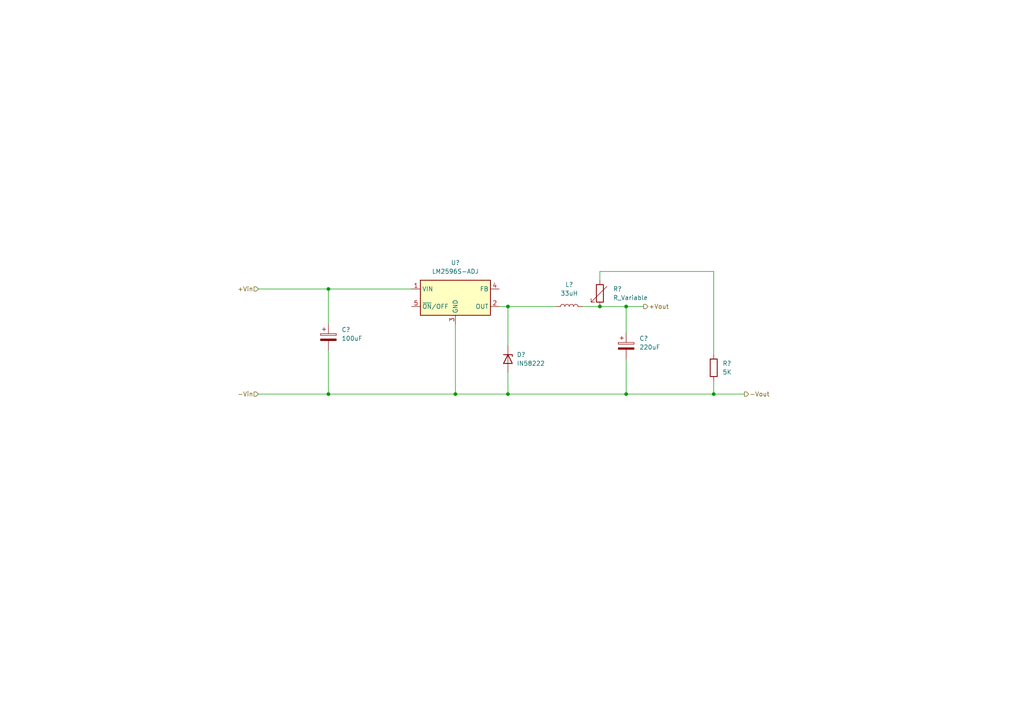
<source format=kicad_sch>
(kicad_sch (version 20230121) (generator eeschema)
  (paper "A4")
  (title_block (title "DCDC Buck Converter") (date "2023-05-27") (company "JurGOn"))
  (lib_symbols
    (symbol "Device:C_Polarized" (pin_numbers hide) (pin_names (offset 0.254))
      (property "Reference" "C" (at 0.635 2.54 0))
      (property "Value" "C_Polarized" (at 0.635 -2.54 0))
      (symbol "C_Polarized_0_1"
        (rectangle (start -2.286 0.508) (end 2.286 1.016))
        (polyline (pts (xy -1.778 2.286) (xy -0.762 2.286)))
        (polyline (pts (xy -1.27 2.794) (xy -1.27 1.778)))
        (rectangle (start 2.286 -0.508) (end -2.286 -1.016) (fill (type outline)))
      )
      (symbol "C_Polarized_1_1"
        (pin passive line (at 0 3.81 270) (length 2.794) (name "~") (number "1"))
        (pin passive line (at 0 -3.81 90) (length 2.794) (name "~") (number "2"))
      )
    )
    (symbol "Device:D_Zener" (pin_numbers hide) (pin_names (offset 1.016) hide)
      (property "Reference" "D" (at 0 2.54 0))
      (property "Value" "D_Zener" (at 0 -2.54 0))
      (symbol "D_Zener_0_1"
        (polyline (pts (xy 1.27 0) (xy -1.27 0)))
        (polyline (pts (xy -1.27 -1.27) (xy -1.27 1.27) (xy -0.762 1.27)) (stroke (width 0.254)))
        (polyline (pts (xy 1.27 -1.27) (xy 1.27 1.27) (xy -1.27 0) (xy 1.27 -1.27)) (stroke (width 0.254)))
      )
      (symbol "D_Zener_1_1"
        (pin passive line (at -3.81 0 0) (length 2.54) (name "K") (number "1"))
        (pin passive line (at 3.81 0 180) (length 2.54) (name "A") (number "2"))
      )
    )
    (symbol "Device:L" (pin_numbers hide) (pin_names (offset 1.016) hide)
      (property "Reference" "L" (at -1.27 0 90))
      (property "Value" "L" (at 1.905 0 90))
      (symbol "L_0_1"
        (arc (start 0 -2.54) (mid 0.6323 -1.905) (end 0 -1.27))
        (arc (start 0 -1.27) (mid 0.6323 -0.635) (end 0 0))
        (arc (start 0 0) (mid 0.6323 0.635) (end 0 1.27))
        (arc (start 0 1.27) (mid 0.6323 1.905) (end 0 2.54))
      )
      (symbol "L_1_1"
        (pin passive line (at 0 3.81 270) (length 1.27) (name "1") (number "1"))
        (pin passive line (at 0 -3.81 90) (length 1.27) (name "2") (number "2"))
      )
    )
    (symbol "Device:R" (pin_numbers hide) (pin_names (offset 0))
      (property "Reference" "R" (at 2.032 0 90))
      (property "Value" "R" (at 0 0 90))
      (symbol "R_0_1"
        (rectangle (start -1.016 -2.54) (end 1.016 2.54) (stroke (width 0.254)))
      )
      (symbol "R_1_1"
        (pin passive line (at 0 3.81 270) (length 1.27) (name "~") (number "1"))
        (pin passive line (at 0 -3.81 90) (length 1.27) (name "~") (number "2"))
      )
    )
    (symbol "Device:R_Variable" (pin_numbers hide) (pin_names (offset 0))
      (property "Reference" "R" (at 2.54 -2.54 90))
      (property "Value" "R_Variable" (at -2.54 -1.27 90))
      (symbol "R_Variable_0_1"
        (rectangle (start -1.016 -2.54) (end 1.016 2.54) (stroke (width 0.254)))
        (polyline (pts (xy 2.54 1.524) (xy 2.54 2.54) (xy 1.524 2.54) (xy 2.54 2.54) (xy -2.032 -2.032)))
      )
      (symbol "R_Variable_1_1"
        (pin passive line (at 0 3.81 270) (length 1.27) (name "~") (number "1"))
        (pin passive line (at 0 -3.81 90) (length 1.27) (name "~") (number "2"))
      )
    )
    (symbol "Regulator_Switching:LM2596S-ADJ"
      (property "Reference" "U" (at -10.16 6.35 0))
      (property "Value" "LM2596S-ADJ" (at 0 6.35 0))
      (symbol "LM2596S-ADJ_0_1"
        (rectangle (start -10.16 5.08) (end 10.16 -5.08) (stroke (width 0.254)) (fill (type background)))
      )
      (symbol "LM2596S-ADJ_1_1"
        (pin power_in line (at -12.7 2.54 0) (length 2.54) (name "VIN") (number "1"))
        (pin output line (at 12.7 -2.54 180) (length 2.54) (name "OUT") (number "2"))
        (pin power_in line (at 0 -7.62 90) (length 2.54) (name "GND") (number "3"))
        (pin input line (at 12.7 2.54 180) (length 2.54) (name "FB") (number "4"))
        (pin input line (at -12.7 -2.54 0) (length 2.54) (name "~{ON}/OFF") (number "5"))
      )
    )
  )
  (junction (at 95.25 83.82))
  (junction (at 181.61 88.9))
  (junction (at 181.61 114.3))
  (junction (at 207.01 114.3))
  (junction (at 173.99 88.9))
  (junction (at 95.25 114.3))
  (junction (at 132.08 114.3))
  (junction (at 147.32 114.3))
  (junction (at 147.32 88.9))
  (wire (pts (xy 95.25 101.6) (xy 95.25 114.3)))
  (wire (pts (xy 132.08 93.98) (xy 132.08 114.3)))
  (wire (pts (xy 95.25 83.82) (xy 95.25 93.98)))
  (wire (pts (xy 95.25 114.3) (xy 132.08 114.3)))
  (wire (pts (xy 74.93 114.3) (xy 95.25 114.3)))
  (wire (pts (xy 173.99 78.74) (xy 207.01 78.74)))
  (wire (pts (xy 181.61 114.3) (xy 207.01 114.3)))
  (wire (pts (xy 168.91 88.9) (xy 173.99 88.9)))
  (wire (pts (xy 144.78 88.9) (xy 147.32 88.9)))
  (wire (pts (xy 147.32 114.3) (xy 181.61 114.3)))
  (wire (pts (xy 173.99 88.9) (xy 181.61 88.9)))
  (wire (pts (xy 207.01 114.3) (xy 215.9 114.3)))
  (wire (pts (xy 207.01 102.87) (xy 207.01 78.74)))
  (wire (pts (xy 181.61 88.9) (xy 186.69 88.9)))
  (wire (pts (xy 173.99 78.74) (xy 173.99 81.28)))
  (wire (pts (xy 147.32 88.9) (xy 147.32 100.33)))
  (wire (pts (xy 147.32 107.95) (xy 147.32 114.3)))
  (wire (pts (xy 132.08 114.3) (xy 147.32 114.3)))
  (wire (pts (xy 95.25 83.82) (xy 119.38 83.82)))
  (wire (pts (xy 74.93 83.82) (xy 95.25 83.82)))
  (wire (pts (xy 181.61 104.14) (xy 181.61 114.3)))
  (wire (pts (xy 181.61 88.9) (xy 181.61 96.52)))
  (wire (pts (xy 207.01 110.49) (xy 207.01 114.3)))
  (wire (pts (xy 147.32 88.9) (xy 161.29 88.9)))
  (hierarchical_label "-Vout" (shape output) (at 215.9 114.3 0))
  (hierarchical_label "-Vin" (shape input) (at 74.93 114.3 180))
  (hierarchical_label "+Vout" (shape output) (at 186.69 88.9 0))
  (hierarchical_label "+Vin" (shape input) (at 74.93 83.82 180))
  (symbol (lib_id "Device:C_Polarized") (at 95.25 97.79 0) (unit 1)
    (property "Reference" "C?" (at 99.06 95.6309 0) (effects (justify left)))
    (property "Value" "100uF" (at 99.06 98.1709 0) (effects (justify left)))
    (instances (project "System_schematic" (path "" (reference "C?") (unit 1)) (path "" (reference "C?") (unit 1)) (path "" (reference "C1") (unit 1)) (path "" (reference "C?") (unit 1))))
  )
  (symbol (lib_id "Device:D_Zener") (at 147.32 104.14 270) (unit 1)
    (property "Reference" "D?" (at 149.86 102.8699 90) (effects (justify left)))
    (property "Value" "IN58222" (at 149.86 105.4099 90) (effects (justify left)))
    (instances (project "System_schematic" (path "" (reference "D?") (unit 1)) (path "" (reference "D?") (unit 1)) (path "" (reference "D1") (unit 1)) (path "" (reference "D?") (unit 1))))
  )
  (symbol (lib_id "Device:R_Variable") (at 173.99 85.09 180) (unit 1)
    (property "Reference" "R?" (at 177.8 83.8199 0) (effects (justify right)))
    (property "Value" "R_Variable" (at 177.8 86.3599 0) (effects (justify right)))
    (instances (project "System_schematic" (path "" (reference "R?") (unit 1)) (path "" (reference "R?") (unit 1)) (path "" (reference "R2") (unit 1)) (path "" (reference "R?") (unit 1))))
  )
  (symbol (lib_id "Regulator_Switching:LM2596S-ADJ") (at 132.08 86.36 0) (unit 1)
    (property "Reference" "U?" (at 132.08 76.2 0))
    (property "Value" "LM2596S-ADJ" (at 132.08 78.74 0))
    (property "Footprint" "Package_TO_SOT_SMD:TO-263-5_TabPin3" (effects hide))
    (property "Datasheet" "http://www.ti.com/lit/ds/symlink/lm2596.pdf" (effects hide))
    (instances (project "System_schematic" (path "" (reference "U?") (unit 1)) (path "" (reference "U?") (unit 1)) (path "" (reference "U1") (unit 1)) (path "" (reference "U?") (unit 1))))
  )
  (symbol (lib_id "Device:C_Polarized") (at 181.61 100.33 0) (unit 1)
    (property "Reference" "C?" (at 185.42 98.1709 0) (effects (justify left)))
    (property "Value" "220uF" (at 185.42 100.7109 0) (effects (justify left)))
    (instances (project "System_schematic" (path "" (reference "C?") (unit 1)) (path "" (reference "C?") (unit 1)) (path "" (reference "C2") (unit 1)) (path "" (reference "C?") (unit 1))))
  )
  (symbol (lib_id "Device:L") (at 165.1 88.9 90) (unit 1)
    (property "Reference" "L?" (at 165.1 82.55 90))
    (property "Value" "33uH" (at 165.1 85.09 90))
    (instances (project "System_schematic" (path "" (reference "L?") (unit 1)) (path "" (reference "L?") (unit 1)) (path "" (reference "L1") (unit 1)) (path "" (reference "L?") (unit 1))))
  )
  (symbol (lib_id "Device:R") (at 207.01 106.68 180) (unit 1)
    (property "Reference" "R?" (at 209.55 105.4099 0) (effects (justify right)))
    (property "Value" "5K" (at 209.55 107.9499 0) (effects (justify right)))
    (instances (project "System_schematic" (path "" (reference "R?") (unit 1)) (path "" (reference "R?") (unit 1)) (path "" (reference "R1") (unit 1)) (path "" (reference "R?") (unit 1))))
  )
)
</source>
